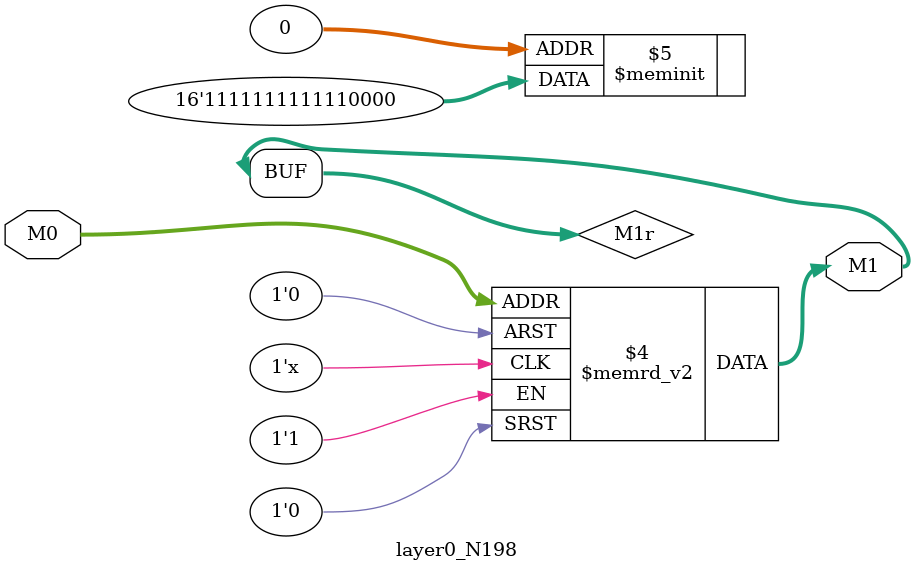
<source format=v>
module layer0_N198 ( input [2:0] M0, output [1:0] M1 );

	(*rom_style = "distributed" *) reg [1:0] M1r;
	assign M1 = M1r;
	always @ (M0) begin
		case (M0)
			3'b000: M1r = 2'b00;
			3'b100: M1r = 2'b11;
			3'b010: M1r = 2'b11;
			3'b110: M1r = 2'b11;
			3'b001: M1r = 2'b00;
			3'b101: M1r = 2'b11;
			3'b011: M1r = 2'b11;
			3'b111: M1r = 2'b11;

		endcase
	end
endmodule

</source>
